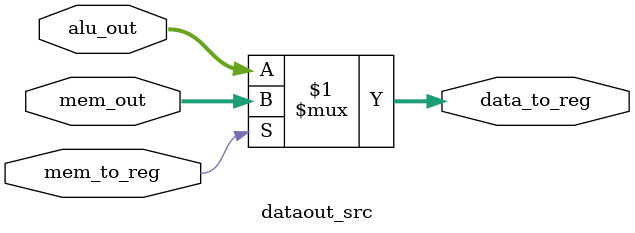
<source format=v>
module dataout_src(alu_out,mem_out,mem_to_reg,data_to_reg);
  input [7:0]alu_out;
  input [7:0]mem_out;
  input mem_to_reg;
  output [7:0]data_to_reg;
  assign data_to_reg = mem_to_reg ? mem_out : alu_out; 
endmodule

  
  
  
</source>
